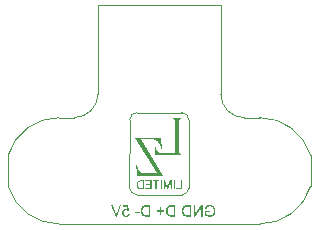
<source format=gbo>
G04*
G04 #@! TF.GenerationSoftware,Altium Limited,Altium Designer,21.3.2 (30)*
G04*
G04 Layer_Color=32896*
%FSLAX43Y43*%
%MOMM*%
G71*
G04*
G04 #@! TF.SameCoordinates,DDF0AE4A-8618-4426-8A3D-72610EC7A679*
G04*
G04*
G04 #@! TF.FilePolarity,Positive*
G04*
G01*
G75*
%ADD11C,0.100*%
%ADD36C,0.088*%
G36*
X112963Y110454D02*
X112950D01*
X112932Y110451D01*
X112897Y110444D01*
X112880Y110440D01*
X112866Y110433D01*
X112855Y110430D01*
X112852D01*
X112824Y110419D01*
X112800Y110409D01*
X112775Y110395D01*
X112758Y110384D01*
X112744Y110374D01*
X112733Y110364D01*
X112730Y110360D01*
X112726Y110357D01*
X112712Y110336D01*
X112698Y110311D01*
X112688Y110259D01*
X112684Y110234D01*
X112681Y110214D01*
Y110200D01*
Y110196D01*
Y107601D01*
X112684Y107563D01*
X112688Y107528D01*
X112695Y107500D01*
X112702Y107479D01*
X112712Y107462D01*
X112719Y107452D01*
X112723Y107445D01*
X112726Y107441D01*
X112765Y107410D01*
X112807Y107385D01*
X112824Y107375D01*
X112838Y107371D01*
X112848Y107364D01*
X112852D01*
X112880Y107357D01*
X112904Y107350D01*
X112922Y107347D01*
X112939Y107343D01*
X112963D01*
Y107298D01*
X110609D01*
Y108240D01*
X110613Y108205D01*
X110620Y108166D01*
X110630Y108121D01*
X110641Y108079D01*
X110655Y108037D01*
X110665Y108006D01*
X110669Y107992D01*
X110672Y107982D01*
X110676Y107978D01*
Y107975D01*
X110711Y107884D01*
X110749Y107811D01*
X110787Y107744D01*
X110822Y107692D01*
X110854Y107654D01*
X110878Y107622D01*
X110892Y107608D01*
X110899Y107601D01*
X110927Y107581D01*
X110958Y107563D01*
X110993Y107549D01*
X111035Y107535D01*
X111119Y107514D01*
X111202Y107500D01*
X111283Y107493D01*
X111317Y107490D01*
X111349D01*
X111377Y107486D01*
X112165D01*
X112207Y107490D01*
X112238Y107504D01*
X112259Y107514D01*
X112262Y107518D01*
X112266D01*
X112280Y107532D01*
X112287Y107549D01*
X112301Y107584D01*
Y107601D01*
X112304Y107612D01*
Y107622D01*
Y107626D01*
Y110196D01*
X112301Y110231D01*
X112297Y110262D01*
X112290Y110290D01*
X112280Y110315D01*
X112273Y110332D01*
X112266Y110346D01*
X112262Y110357D01*
X112259Y110360D01*
X112245Y110374D01*
X112231Y110388D01*
X112196Y110412D01*
X112179Y110423D01*
X112168Y110426D01*
X112158Y110433D01*
X112154D01*
X112126Y110444D01*
X112099Y110451D01*
X112078Y110454D01*
X112057D01*
X112043Y110458D01*
X112032Y110454D01*
X112022D01*
Y110503D01*
X112963D01*
Y110454D01*
D02*
G37*
G36*
X112059Y104463D02*
X111968D01*
Y105072D01*
X111762Y104463D01*
X111676D01*
X111467Y105062D01*
Y104463D01*
X111376D01*
Y105178D01*
X111504D01*
X111676Y104681D01*
X111680Y104667D01*
X111685Y104654D01*
X111689Y104642D01*
X111693Y104631D01*
X111696Y104620D01*
X111699Y104611D01*
X111702Y104602D01*
X111704Y104595D01*
X111707Y104588D01*
X111708Y104582D01*
X111710Y104578D01*
X111711Y104573D01*
X111712Y104570D01*
X111713Y104568D01*
X111713Y104567D01*
Y104566D01*
X111716Y104573D01*
X111718Y104581D01*
X111724Y104597D01*
X111729Y104615D01*
X111734Y104632D01*
X111740Y104647D01*
X111742Y104654D01*
X111744Y104660D01*
X111745Y104664D01*
X111747Y104668D01*
X111748Y104671D01*
Y104671D01*
X111917Y105178D01*
X112059D01*
Y104463D01*
D02*
G37*
G36*
X112893D02*
X112446D01*
Y104547D01*
X112798D01*
Y105178D01*
X112893D01*
Y104463D01*
D02*
G37*
G36*
X112317D02*
X112222D01*
Y105178D01*
X112317D01*
Y104463D01*
D02*
G37*
G36*
X111208D02*
X111113D01*
Y105178D01*
X111208D01*
Y104463D01*
D02*
G37*
G36*
X111000Y105094D02*
X110764D01*
Y104463D01*
X110670D01*
Y105094D01*
X110434D01*
Y105178D01*
X111000D01*
Y105094D01*
D02*
G37*
G36*
X110335Y104463D02*
X109801D01*
Y104547D01*
X110240D01*
Y104791D01*
X109844D01*
Y104875D01*
X110240D01*
Y105094D01*
X109817D01*
Y105178D01*
X110335D01*
Y104463D01*
D02*
G37*
G36*
X109671D02*
X109413D01*
X109389Y104464D01*
X109368Y104465D01*
X109348Y104467D01*
X109331Y104469D01*
X109324Y104470D01*
X109318Y104471D01*
X109312Y104472D01*
X109307Y104473D01*
X109303Y104474D01*
X109301D01*
X109300Y104475D01*
X109299D01*
X109281Y104480D01*
X109264Y104485D01*
X109249Y104492D01*
X109237Y104497D01*
X109227Y104502D01*
X109219Y104506D01*
X109214Y104509D01*
X109214Y104510D01*
X109213D01*
X109200Y104520D01*
X109187Y104530D01*
X109176Y104541D01*
X109167Y104552D01*
X109159Y104561D01*
X109153Y104568D01*
X109151Y104571D01*
X109149Y104574D01*
X109148Y104575D01*
Y104575D01*
X109137Y104592D01*
X109128Y104609D01*
X109119Y104626D01*
X109112Y104643D01*
X109107Y104657D01*
X109104Y104664D01*
X109102Y104669D01*
X109101Y104673D01*
X109100Y104676D01*
X109099Y104678D01*
Y104679D01*
X109093Y104704D01*
X109088Y104729D01*
X109084Y104753D01*
X109082Y104775D01*
X109081Y104785D01*
X109080Y104795D01*
Y104803D01*
X109079Y104810D01*
Y104816D01*
Y104820D01*
Y104823D01*
Y104824D01*
X109081Y104859D01*
X109082Y104875D01*
X109084Y104891D01*
X109086Y104905D01*
X109089Y104919D01*
X109091Y104932D01*
X109093Y104945D01*
X109097Y104956D01*
X109099Y104965D01*
X109101Y104974D01*
X109104Y104980D01*
X109106Y104986D01*
X109107Y104991D01*
X109108Y104993D01*
Y104994D01*
X109120Y105020D01*
X109133Y105044D01*
X109140Y105055D01*
X109147Y105065D01*
X109154Y105074D01*
X109161Y105083D01*
X109167Y105090D01*
X109173Y105097D01*
X109179Y105103D01*
X109183Y105108D01*
X109187Y105111D01*
X109190Y105114D01*
X109192Y105115D01*
X109193Y105116D01*
X109210Y105129D01*
X109227Y105140D01*
X109245Y105149D01*
X109261Y105156D01*
X109275Y105161D01*
X109282Y105163D01*
X109287Y105164D01*
X109291Y105166D01*
X109294Y105166D01*
X109296Y105167D01*
X109297D01*
X109306Y105169D01*
X109315Y105171D01*
X109336Y105173D01*
X109357Y105176D01*
X109378Y105176D01*
X109387Y105177D01*
X109396D01*
X109404Y105178D01*
X109671D01*
Y104463D01*
D02*
G37*
G36*
X111190Y107847D02*
X111176Y107895D01*
X111159Y107948D01*
X111138Y108003D01*
X111117Y108056D01*
X111100Y108098D01*
X111093Y108115D01*
X111086Y108129D01*
X111082Y108136D01*
Y108139D01*
X111058Y108192D01*
X111033Y108237D01*
X111009Y108282D01*
X110985Y108321D01*
X110964Y108356D01*
X110939Y108390D01*
X110901Y108443D01*
X110866Y108485D01*
X110838Y108516D01*
X110824Y108530D01*
X110817Y108537D01*
X110782Y108561D01*
X110737Y108586D01*
X110692Y108607D01*
X110643Y108624D01*
X110601Y108638D01*
X110566Y108649D01*
X110552Y108656D01*
X110542D01*
X110538Y108659D01*
X110535D01*
X110472Y108676D01*
X110416Y108687D01*
X110367Y108697D01*
X110329Y108701D01*
X110294Y108704D01*
X110273Y108708D01*
X109405D01*
X111337Y105597D01*
X109073D01*
X108981Y106755D01*
X108979Y106758D01*
Y106772D01*
X108981Y106755D01*
X108986Y106741D01*
X108990Y106716D01*
X109000Y106692D01*
X109018Y106633D01*
X109042Y106570D01*
X109066Y106507D01*
X109077Y106483D01*
X109084Y106458D01*
X109094Y106438D01*
X109098Y106424D01*
X109105Y106413D01*
Y106410D01*
X109133Y106347D01*
X109157Y106288D01*
X109185Y106235D01*
X109209Y106186D01*
X109230Y106145D01*
X109255Y106106D01*
X109276Y106075D01*
X109293Y106043D01*
X109311Y106019D01*
X109328Y105998D01*
X109342Y105981D01*
X109352Y105967D01*
X109366Y105949D01*
X109373Y105942D01*
X109408Y105914D01*
X109447Y105890D01*
X109530Y105852D01*
X109621Y105824D01*
X109712Y105806D01*
X109753Y105799D01*
X109792Y105792D01*
X109827Y105789D01*
X109858D01*
X109886Y105785D01*
X110817D01*
X108979Y108802D01*
X111100D01*
X111190Y107847D01*
D02*
G37*
G36*
X111190Y107846D02*
X111194Y107825D01*
Y107808D01*
X111190Y107847D01*
X111190Y107846D01*
D02*
G37*
G36*
X108467Y102571D02*
X108357Y102555D01*
X108346Y102570D01*
X108335Y102583D01*
X108322Y102595D01*
X108312Y102605D01*
X108302Y102612D01*
X108293Y102619D01*
X108288Y102622D01*
X108286Y102623D01*
X108268Y102632D01*
X108250Y102638D01*
X108233Y102644D01*
X108216Y102647D01*
X108203Y102649D01*
X108191Y102650D01*
X108182D01*
X108165Y102649D01*
X108149Y102648D01*
X108134Y102645D01*
X108120Y102640D01*
X108094Y102631D01*
X108084Y102626D01*
X108073Y102621D01*
X108064Y102614D01*
X108057Y102609D01*
X108049Y102604D01*
X108044Y102600D01*
X108040Y102596D01*
X108036Y102593D01*
X108035Y102592D01*
X108034Y102590D01*
X108023Y102579D01*
X108015Y102567D01*
X108007Y102554D01*
X108001Y102542D01*
X107990Y102514D01*
X107984Y102489D01*
X107982Y102477D01*
X107980Y102467D01*
X107979Y102456D01*
X107978Y102448D01*
X107977Y102441D01*
Y102435D01*
Y102432D01*
Y102431D01*
X107978Y102411D01*
X107979Y102394D01*
X107982Y102376D01*
X107986Y102359D01*
X107990Y102345D01*
X107995Y102330D01*
X108001Y102318D01*
X108006Y102306D01*
X108012Y102296D01*
X108017Y102286D01*
X108022Y102279D01*
X108027Y102272D01*
X108031Y102267D01*
X108034Y102263D01*
X108035Y102261D01*
X108036Y102260D01*
X108047Y102249D01*
X108059Y102240D01*
X108070Y102231D01*
X108083Y102224D01*
X108095Y102218D01*
X108107Y102212D01*
X108130Y102205D01*
X108149Y102200D01*
X108158Y102199D01*
X108165Y102198D01*
X108171Y102197D01*
X108180D01*
X108193Y102198D01*
X108206Y102199D01*
X108229Y102204D01*
X108249Y102211D01*
X108267Y102220D01*
X108282Y102227D01*
X108292Y102234D01*
X108296Y102237D01*
X108299Y102240D01*
X108300Y102242D01*
X108302D01*
X108310Y102251D01*
X108318Y102260D01*
X108332Y102281D01*
X108343Y102304D01*
X108352Y102326D01*
X108357Y102346D01*
X108360Y102355D01*
X108361Y102362D01*
X108362Y102369D01*
X108363Y102373D01*
X108364Y102376D01*
Y102377D01*
X108488Y102368D01*
X108485Y102346D01*
X108481Y102324D01*
X108475Y102304D01*
X108468Y102285D01*
X108461Y102269D01*
X108454Y102252D01*
X108445Y102237D01*
X108437Y102225D01*
X108429Y102212D01*
X108421Y102202D01*
X108414Y102194D01*
X108407Y102186D01*
X108401Y102180D01*
X108397Y102176D01*
X108395Y102174D01*
X108394Y102173D01*
X108378Y102160D01*
X108361Y102149D01*
X108343Y102140D01*
X108325Y102131D01*
X108308Y102124D01*
X108290Y102118D01*
X108272Y102112D01*
X108256Y102109D01*
X108240Y102106D01*
X108225Y102104D01*
X108213Y102102D01*
X108202Y102101D01*
X108192Y102100D01*
X108180D01*
X108151Y102101D01*
X108123Y102105D01*
X108097Y102110D01*
X108073Y102119D01*
X108051Y102127D01*
X108030Y102136D01*
X108011Y102148D01*
X107994Y102158D01*
X107979Y102169D01*
X107965Y102180D01*
X107954Y102190D01*
X107944Y102199D01*
X107937Y102206D01*
X107932Y102211D01*
X107929Y102216D01*
X107928Y102217D01*
X107914Y102234D01*
X107903Y102253D01*
X107892Y102273D01*
X107884Y102292D01*
X107877Y102310D01*
X107870Y102329D01*
X107865Y102348D01*
X107861Y102365D01*
X107858Y102381D01*
X107856Y102396D01*
X107854Y102408D01*
X107853Y102420D01*
X107852Y102429D01*
Y102435D01*
Y102441D01*
Y102442D01*
X107853Y102467D01*
X107856Y102491D01*
X107860Y102513D01*
X107865Y102534D01*
X107871Y102555D01*
X107880Y102573D01*
X107887Y102590D01*
X107895Y102606D01*
X107904Y102620D01*
X107911Y102631D01*
X107918Y102643D01*
X107926Y102651D01*
X107931Y102657D01*
X107935Y102662D01*
X107938Y102665D01*
X107939Y102667D01*
X107956Y102682D01*
X107973Y102696D01*
X107991Y102707D01*
X108009Y102718D01*
X108027Y102726D01*
X108044Y102733D01*
X108061Y102738D01*
X108078Y102744D01*
X108092Y102747D01*
X108107Y102750D01*
X108119Y102751D01*
X108130Y102753D01*
X108138D01*
X108145Y102754D01*
X108151D01*
X108168Y102753D01*
X108186Y102752D01*
X108203Y102749D01*
X108219Y102745D01*
X108249Y102735D01*
X108264Y102729D01*
X108277Y102724D01*
X108289Y102719D01*
X108299Y102712D01*
X108309Y102707D01*
X108317Y102703D01*
X108323Y102699D01*
X108328Y102697D01*
X108331Y102695D01*
X108332Y102694D01*
X108281Y102952D01*
X107896D01*
Y103064D01*
X108374D01*
X108467Y102571D01*
D02*
G37*
G36*
X109322Y102404D02*
X108959D01*
Y102523D01*
X109322D01*
Y102404D01*
D02*
G37*
G36*
X114670Y102116D02*
X114548D01*
Y102870D01*
X114044Y102116D01*
X113913D01*
Y103077D01*
X114034D01*
Y102322D01*
X114539Y103077D01*
X114670D01*
Y102116D01*
D02*
G37*
G36*
X111154Y102645D02*
X111415D01*
Y102534D01*
X111154D01*
Y102271D01*
X111042D01*
Y102534D01*
X110781D01*
Y102645D01*
X111042D01*
Y102906D01*
X111154D01*
Y102645D01*
D02*
G37*
G36*
X107419Y102116D02*
X107288D01*
X106913Y103077D01*
X107042D01*
X107302Y102378D01*
X107312Y102349D01*
X107323Y102321D01*
X107332Y102294D01*
X107339Y102270D01*
X107342Y102259D01*
X107346Y102250D01*
X107348Y102242D01*
X107350Y102234D01*
X107352Y102229D01*
X107353Y102224D01*
X107354Y102222D01*
Y102221D01*
X107362Y102249D01*
X107370Y102277D01*
X107379Y102303D01*
X107386Y102327D01*
X107390Y102338D01*
X107393Y102348D01*
X107397Y102356D01*
X107399Y102363D01*
X107401Y102370D01*
X107403Y102374D01*
X107404Y102377D01*
Y102378D01*
X107654Y103077D01*
X107792D01*
X107419Y102116D01*
D02*
G37*
G36*
X115290Y103092D02*
X115316Y103091D01*
X115341Y103088D01*
X115364Y103084D01*
X115387Y103080D01*
X115408Y103075D01*
X115428Y103070D01*
X115446Y103064D01*
X115461Y103058D01*
X115476Y103053D01*
X115488Y103048D01*
X115499Y103044D01*
X115507Y103039D01*
X115513Y103036D01*
X115517Y103035D01*
X115518Y103034D01*
X115538Y103023D01*
X115557Y103009D01*
X115575Y102996D01*
X115590Y102981D01*
X115606Y102965D01*
X115619Y102951D01*
X115632Y102936D01*
X115643Y102922D01*
X115653Y102907D01*
X115662Y102895D01*
X115669Y102883D01*
X115676Y102873D01*
X115680Y102864D01*
X115683Y102858D01*
X115685Y102854D01*
X115686Y102853D01*
X115696Y102830D01*
X115705Y102807D01*
X115713Y102784D01*
X115719Y102761D01*
X115730Y102718D01*
X115734Y102697D01*
X115737Y102677D01*
X115739Y102659D01*
X115741Y102643D01*
X115742Y102628D01*
X115743Y102615D01*
X115744Y102605D01*
Y102598D01*
Y102594D01*
Y102592D01*
X115743Y102565D01*
X115742Y102539D01*
X115739Y102516D01*
X115735Y102492D01*
X115731Y102470D01*
X115726Y102448D01*
X115720Y102428D01*
X115715Y102410D01*
X115710Y102394D01*
X115705Y102379D01*
X115700Y102367D01*
X115695Y102355D01*
X115691Y102347D01*
X115688Y102341D01*
X115687Y102336D01*
X115686Y102335D01*
X115675Y102315D01*
X115661Y102295D01*
X115648Y102277D01*
X115634Y102259D01*
X115619Y102244D01*
X115605Y102230D01*
X115590Y102217D01*
X115577Y102205D01*
X115563Y102195D01*
X115551Y102185D01*
X115539Y102178D01*
X115530Y102172D01*
X115523Y102167D01*
X115516Y102164D01*
X115512Y102161D01*
X115511Y102160D01*
X115489Y102150D01*
X115466Y102141D01*
X115444Y102132D01*
X115423Y102126D01*
X115400Y102120D01*
X115379Y102115D01*
X115358Y102110D01*
X115339Y102107D01*
X115322Y102105D01*
X115305Y102103D01*
X115290Y102102D01*
X115278Y102101D01*
X115267Y102100D01*
X115254D01*
X115215Y102102D01*
X115178Y102106D01*
X115144Y102111D01*
X115128Y102116D01*
X115112Y102119D01*
X115099Y102122D01*
X115087Y102126D01*
X115076Y102129D01*
X115067Y102131D01*
X115059Y102134D01*
X115054Y102135D01*
X115051Y102137D01*
X115050D01*
X115012Y102153D01*
X114977Y102171D01*
X114945Y102190D01*
X114929Y102199D01*
X114915Y102207D01*
X114903Y102216D01*
X114891Y102224D01*
X114881Y102230D01*
X114873Y102236D01*
X114865Y102242D01*
X114860Y102246D01*
X114857Y102248D01*
X114856Y102249D01*
Y102606D01*
X115263D01*
Y102493D01*
X114981D01*
Y102312D01*
X114998Y102299D01*
X115016Y102287D01*
X115036Y102276D01*
X115056Y102266D01*
X115074Y102257D01*
X115081Y102253D01*
X115087Y102250D01*
X115094Y102248D01*
X115098Y102246D01*
X115100Y102245D01*
X115101D01*
X115130Y102234D01*
X115159Y102227D01*
X115186Y102221D01*
X115210Y102218D01*
X115222Y102217D01*
X115231Y102216D01*
X115239Y102215D01*
X115247D01*
X115253Y102214D01*
X115261D01*
X115297Y102216D01*
X115330Y102220D01*
X115360Y102227D01*
X115375Y102230D01*
X115387Y102234D01*
X115399Y102239D01*
X115409Y102242D01*
X115418Y102246D01*
X115427Y102249D01*
X115433Y102251D01*
X115437Y102253D01*
X115440Y102255D01*
X115441D01*
X115457Y102263D01*
X115472Y102273D01*
X115497Y102293D01*
X115518Y102315D01*
X115537Y102335D01*
X115551Y102354D01*
X115557Y102362D01*
X115561Y102369D01*
X115565Y102375D01*
X115567Y102379D01*
X115568Y102382D01*
X115569Y102383D01*
X115584Y102418D01*
X115594Y102454D01*
X115603Y102489D01*
X115608Y102524D01*
X115609Y102539D01*
X115611Y102554D01*
X115612Y102567D01*
Y102578D01*
X115613Y102586D01*
Y102594D01*
Y102598D01*
Y102599D01*
X115611Y102637D01*
X115607Y102674D01*
X115602Y102706D01*
X115599Y102722D01*
X115594Y102735D01*
X115591Y102748D01*
X115588Y102759D01*
X115585Y102769D01*
X115582Y102777D01*
X115580Y102784D01*
X115578Y102788D01*
X115577Y102791D01*
Y102793D01*
X115568Y102811D01*
X115559Y102829D01*
X115549Y102846D01*
X115539Y102859D01*
X115531Y102871D01*
X115524Y102880D01*
X115519Y102885D01*
X115517Y102887D01*
X115502Y102903D01*
X115484Y102916D01*
X115467Y102929D01*
X115451Y102939D01*
X115436Y102948D01*
X115425Y102953D01*
X115421Y102955D01*
X115417Y102957D01*
X115415Y102958D01*
X115414D01*
X115389Y102967D01*
X115364Y102974D01*
X115338Y102979D01*
X115315Y102982D01*
X115304Y102983D01*
X115295Y102984D01*
X115285D01*
X115278Y102985D01*
X115263D01*
X115237Y102984D01*
X115212Y102981D01*
X115190Y102977D01*
X115171Y102973D01*
X115155Y102967D01*
X115148Y102965D01*
X115142Y102963D01*
X115138Y102961D01*
X115135Y102960D01*
X115133Y102959D01*
X115132D01*
X115111Y102949D01*
X115092Y102938D01*
X115077Y102927D01*
X115063Y102916D01*
X115054Y102906D01*
X115047Y102899D01*
X115041Y102894D01*
X115040Y102891D01*
X115029Y102875D01*
X115019Y102856D01*
X115009Y102837D01*
X115001Y102819D01*
X114995Y102802D01*
X114993Y102795D01*
X114990Y102789D01*
X114988Y102784D01*
X114987Y102780D01*
X114986Y102778D01*
Y102777D01*
X114871Y102808D01*
X114881Y102843D01*
X114893Y102874D01*
X114899Y102887D01*
X114905Y102901D01*
X114910Y102912D01*
X114916Y102923D01*
X114922Y102933D01*
X114927Y102941D01*
X114932Y102949D01*
X114935Y102955D01*
X114939Y102959D01*
X114941Y102962D01*
X114943Y102964D01*
X114944Y102965D01*
X114963Y102987D01*
X114984Y103006D01*
X115006Y103022D01*
X115028Y103035D01*
X115047Y103046D01*
X115055Y103050D01*
X115062Y103053D01*
X115067Y103056D01*
X115072Y103058D01*
X115075Y103059D01*
X115076D01*
X115108Y103071D01*
X115140Y103079D01*
X115173Y103085D01*
X115202Y103089D01*
X115215Y103090D01*
X115227Y103091D01*
X115237Y103092D01*
X115247Y103093D01*
X115264D01*
X115290Y103092D01*
D02*
G37*
G36*
X113699Y102116D02*
X113352D01*
X113321Y102117D01*
X113292Y102118D01*
X113266Y102121D01*
X113243Y102124D01*
X113234Y102125D01*
X113225Y102126D01*
X113217Y102128D01*
X113211Y102129D01*
X113205Y102130D01*
X113202D01*
X113200Y102131D01*
X113199D01*
X113175Y102139D01*
X113152Y102146D01*
X113133Y102154D01*
X113116Y102161D01*
X113102Y102169D01*
X113092Y102174D01*
X113086Y102178D01*
X113085Y102179D01*
X113084D01*
X113066Y102193D01*
X113049Y102206D01*
X113035Y102221D01*
X113022Y102235D01*
X113011Y102248D01*
X113003Y102257D01*
X113000Y102261D01*
X112998Y102265D01*
X112996Y102266D01*
Y102267D01*
X112982Y102288D01*
X112969Y102311D01*
X112958Y102335D01*
X112948Y102357D01*
X112941Y102377D01*
X112938Y102385D01*
X112935Y102393D01*
X112934Y102398D01*
X112932Y102402D01*
X112931Y102405D01*
Y102406D01*
X112922Y102439D01*
X112916Y102473D01*
X112911Y102505D01*
X112908Y102535D01*
X112907Y102549D01*
X112906Y102561D01*
Y102573D01*
X112905Y102582D01*
Y102590D01*
Y102596D01*
Y102600D01*
Y102601D01*
X112907Y102648D01*
X112908Y102670D01*
X112911Y102690D01*
X112914Y102710D01*
X112917Y102729D01*
X112920Y102747D01*
X112923Y102763D01*
X112927Y102778D01*
X112931Y102790D01*
X112934Y102802D01*
X112937Y102811D01*
X112940Y102819D01*
X112941Y102825D01*
X112943Y102828D01*
Y102829D01*
X112959Y102864D01*
X112976Y102897D01*
X112986Y102911D01*
X112995Y102925D01*
X113004Y102937D01*
X113014Y102949D01*
X113022Y102959D01*
X113031Y102967D01*
X113038Y102976D01*
X113044Y102982D01*
X113049Y102987D01*
X113053Y102990D01*
X113055Y102992D01*
X113057Y102994D01*
X113079Y103011D01*
X113103Y103026D01*
X113126Y103037D01*
X113148Y103047D01*
X113168Y103054D01*
X113176Y103056D01*
X113184Y103058D01*
X113189Y103060D01*
X113193Y103061D01*
X113196Y103062D01*
X113197D01*
X113209Y103064D01*
X113221Y103067D01*
X113249Y103071D01*
X113277Y103074D01*
X113305Y103075D01*
X113318Y103076D01*
X113330D01*
X113341Y103077D01*
X113699D01*
Y102116D01*
D02*
G37*
G36*
X112357D02*
X112010D01*
X111979Y102117D01*
X111950Y102118D01*
X111924Y102121D01*
X111901Y102124D01*
X111891Y102125D01*
X111883Y102126D01*
X111875Y102128D01*
X111868Y102129D01*
X111863Y102130D01*
X111860D01*
X111858Y102131D01*
X111857D01*
X111833Y102139D01*
X111810Y102146D01*
X111790Y102154D01*
X111774Y102161D01*
X111760Y102169D01*
X111750Y102174D01*
X111743Y102178D01*
X111742Y102179D01*
X111741D01*
X111724Y102193D01*
X111707Y102206D01*
X111692Y102221D01*
X111680Y102235D01*
X111668Y102248D01*
X111661Y102257D01*
X111658Y102261D01*
X111656Y102265D01*
X111654Y102266D01*
Y102267D01*
X111639Y102288D01*
X111627Y102311D01*
X111615Y102335D01*
X111606Y102357D01*
X111599Y102377D01*
X111595Y102385D01*
X111592Y102393D01*
X111591Y102398D01*
X111589Y102402D01*
X111588Y102405D01*
Y102406D01*
X111580Y102439D01*
X111574Y102473D01*
X111568Y102505D01*
X111565Y102535D01*
X111564Y102549D01*
X111563Y102561D01*
Y102573D01*
X111562Y102582D01*
Y102590D01*
Y102596D01*
Y102600D01*
Y102601D01*
X111564Y102648D01*
X111565Y102670D01*
X111568Y102690D01*
X111572Y102710D01*
X111575Y102729D01*
X111578Y102747D01*
X111581Y102763D01*
X111585Y102778D01*
X111588Y102790D01*
X111591Y102802D01*
X111594Y102811D01*
X111598Y102819D01*
X111599Y102825D01*
X111601Y102828D01*
Y102829D01*
X111616Y102864D01*
X111634Y102897D01*
X111643Y102911D01*
X111653Y102925D01*
X111662Y102937D01*
X111671Y102949D01*
X111680Y102959D01*
X111688Y102967D01*
X111695Y102976D01*
X111702Y102982D01*
X111707Y102987D01*
X111711Y102990D01*
X111713Y102992D01*
X111714Y102994D01*
X111737Y103011D01*
X111761Y103026D01*
X111784Y103037D01*
X111806Y103047D01*
X111826Y103054D01*
X111834Y103056D01*
X111841Y103058D01*
X111846Y103060D01*
X111851Y103061D01*
X111854Y103062D01*
X111855D01*
X111866Y103064D01*
X111879Y103067D01*
X111907Y103071D01*
X111935Y103074D01*
X111963Y103075D01*
X111976Y103076D01*
X111988D01*
X111998Y103077D01*
X112357D01*
Y102116D01*
D02*
G37*
G36*
X110230D02*
X109883D01*
X109852Y102117D01*
X109823Y102118D01*
X109797Y102121D01*
X109774Y102124D01*
X109765Y102125D01*
X109756Y102126D01*
X109748Y102128D01*
X109742Y102129D01*
X109737Y102130D01*
X109733D01*
X109731Y102131D01*
X109730D01*
X109706Y102139D01*
X109683Y102146D01*
X109664Y102154D01*
X109647Y102161D01*
X109633Y102169D01*
X109623Y102174D01*
X109617Y102178D01*
X109616Y102179D01*
X109615D01*
X109597Y102193D01*
X109580Y102206D01*
X109566Y102221D01*
X109553Y102235D01*
X109542Y102248D01*
X109535Y102257D01*
X109531Y102261D01*
X109529Y102265D01*
X109527Y102266D01*
Y102267D01*
X109513Y102288D01*
X109500Y102311D01*
X109489Y102335D01*
X109479Y102357D01*
X109472Y102377D01*
X109469Y102385D01*
X109466Y102393D01*
X109465Y102398D01*
X109463Y102402D01*
X109462Y102405D01*
Y102406D01*
X109453Y102439D01*
X109447Y102473D01*
X109442Y102505D01*
X109439Y102535D01*
X109438Y102549D01*
X109437Y102561D01*
Y102573D01*
X109436Y102582D01*
Y102590D01*
Y102596D01*
Y102600D01*
Y102601D01*
X109438Y102648D01*
X109439Y102670D01*
X109442Y102690D01*
X109445Y102710D01*
X109448Y102729D01*
X109451Y102747D01*
X109454Y102763D01*
X109459Y102778D01*
X109462Y102790D01*
X109465Y102802D01*
X109468Y102811D01*
X109471Y102819D01*
X109472Y102825D01*
X109474Y102828D01*
Y102829D01*
X109490Y102864D01*
X109507Y102897D01*
X109517Y102911D01*
X109526Y102925D01*
X109536Y102937D01*
X109545Y102949D01*
X109553Y102959D01*
X109562Y102967D01*
X109569Y102976D01*
X109575Y102982D01*
X109580Y102987D01*
X109585Y102990D01*
X109587Y102992D01*
X109588Y102994D01*
X109611Y103011D01*
X109635Y103026D01*
X109657Y103037D01*
X109679Y103047D01*
X109699Y103054D01*
X109707Y103056D01*
X109715Y103058D01*
X109720Y103060D01*
X109724Y103061D01*
X109727Y103062D01*
X109728D01*
X109740Y103064D01*
X109752Y103067D01*
X109780Y103071D01*
X109808Y103074D01*
X109837Y103075D01*
X109849Y103076D01*
X109862D01*
X109872Y103077D01*
X110230D01*
Y102116D01*
D02*
G37*
%LPC*%
G36*
X109576Y105094D02*
X109411D01*
X109397Y105093D01*
X109384Y105092D01*
X109372Y105091D01*
X109361Y105090D01*
X109351Y105089D01*
X109341Y105087D01*
X109334Y105087D01*
X109327Y105085D01*
X109320Y105084D01*
X109316Y105082D01*
X109311Y105081D01*
X109308Y105080D01*
X109306Y105080D01*
X109305Y105079D01*
X109304D01*
X109294Y105074D01*
X109285Y105070D01*
X109268Y105057D01*
X109252Y105044D01*
X109239Y105030D01*
X109229Y105018D01*
X109224Y105012D01*
X109221Y105008D01*
X109218Y105003D01*
X109216Y105000D01*
X109215Y104998D01*
X109214Y104998D01*
X109208Y104986D01*
X109202Y104973D01*
X109193Y104946D01*
X109186Y104917D01*
X109182Y104889D01*
X109180Y104876D01*
X109179Y104864D01*
X109178Y104853D01*
Y104844D01*
X109177Y104836D01*
Y104830D01*
Y104827D01*
Y104826D01*
X109178Y104796D01*
X109180Y104770D01*
X109182Y104757D01*
X109183Y104747D01*
X109185Y104736D01*
X109186Y104726D01*
X109189Y104718D01*
X109190Y104710D01*
X109192Y104703D01*
X109193Y104698D01*
X109195Y104693D01*
X109196Y104690D01*
X109196Y104688D01*
Y104688D01*
X109204Y104668D01*
X109213Y104650D01*
X109221Y104634D01*
X109229Y104621D01*
X109237Y104611D01*
X109243Y104603D01*
X109247Y104599D01*
X109248Y104598D01*
X109248Y104597D01*
X109258Y104588D01*
X109269Y104581D01*
X109279Y104575D01*
X109289Y104569D01*
X109299Y104565D01*
X109306Y104562D01*
X109309Y104561D01*
X109311Y104561D01*
X109312Y104560D01*
X109313D01*
X109329Y104556D01*
X109347Y104553D01*
X109365Y104551D01*
X109383Y104549D01*
X109399Y104548D01*
X109406D01*
X109412Y104547D01*
X109576D01*
Y105094D01*
D02*
G37*
G36*
X113572Y102963D02*
X113350D01*
X113331Y102962D01*
X113314Y102961D01*
X113297Y102960D01*
X113283Y102959D01*
X113269Y102957D01*
X113256Y102955D01*
X113246Y102954D01*
X113237Y102952D01*
X113228Y102950D01*
X113222Y102948D01*
X113216Y102947D01*
X113212Y102946D01*
X113209Y102945D01*
X113208Y102944D01*
X113207D01*
X113193Y102937D01*
X113180Y102931D01*
X113158Y102914D01*
X113137Y102897D01*
X113119Y102878D01*
X113105Y102861D01*
X113099Y102854D01*
X113095Y102848D01*
X113091Y102841D01*
X113088Y102837D01*
X113087Y102835D01*
X113086Y102834D01*
X113077Y102819D01*
X113069Y102801D01*
X113057Y102764D01*
X113048Y102726D01*
X113042Y102688D01*
X113040Y102671D01*
X113038Y102655D01*
X113037Y102640D01*
Y102628D01*
X113036Y102618D01*
Y102609D01*
Y102605D01*
Y102603D01*
X113037Y102563D01*
X113040Y102528D01*
X113042Y102511D01*
X113044Y102497D01*
X113046Y102482D01*
X113048Y102470D01*
X113051Y102458D01*
X113053Y102448D01*
X113055Y102438D01*
X113058Y102431D01*
X113060Y102425D01*
X113061Y102421D01*
X113062Y102419D01*
Y102418D01*
X113072Y102391D01*
X113084Y102367D01*
X113095Y102346D01*
X113105Y102328D01*
X113116Y102315D01*
X113124Y102304D01*
X113129Y102298D01*
X113130Y102297D01*
X113132Y102296D01*
X113144Y102284D01*
X113159Y102274D01*
X113173Y102266D01*
X113187Y102258D01*
X113199Y102253D01*
X113209Y102249D01*
X113213Y102248D01*
X113216Y102247D01*
X113217Y102246D01*
X113218D01*
X113240Y102241D01*
X113264Y102236D01*
X113289Y102233D01*
X113313Y102231D01*
X113334Y102230D01*
X113343D01*
X113351Y102229D01*
X113572D01*
Y102963D01*
D02*
G37*
G36*
X112230D02*
X112008D01*
X111989Y102962D01*
X111971Y102961D01*
X111955Y102960D01*
X111940Y102959D01*
X111927Y102957D01*
X111914Y102955D01*
X111904Y102954D01*
X111894Y102952D01*
X111886Y102950D01*
X111880Y102948D01*
X111874Y102947D01*
X111869Y102946D01*
X111866Y102945D01*
X111865Y102944D01*
X111864D01*
X111851Y102937D01*
X111838Y102931D01*
X111815Y102914D01*
X111794Y102897D01*
X111777Y102878D01*
X111763Y102861D01*
X111757Y102854D01*
X111753Y102848D01*
X111749Y102841D01*
X111745Y102837D01*
X111744Y102835D01*
X111743Y102834D01*
X111735Y102819D01*
X111727Y102801D01*
X111714Y102764D01*
X111706Y102726D01*
X111700Y102688D01*
X111698Y102671D01*
X111695Y102655D01*
X111694Y102640D01*
Y102628D01*
X111693Y102618D01*
Y102609D01*
Y102605D01*
Y102603D01*
X111694Y102563D01*
X111698Y102528D01*
X111700Y102511D01*
X111702Y102497D01*
X111704Y102482D01*
X111706Y102470D01*
X111709Y102458D01*
X111711Y102448D01*
X111713Y102438D01*
X111715Y102431D01*
X111717Y102425D01*
X111718Y102421D01*
X111719Y102419D01*
Y102418D01*
X111730Y102391D01*
X111741Y102367D01*
X111753Y102346D01*
X111763Y102328D01*
X111774Y102315D01*
X111782Y102304D01*
X111787Y102298D01*
X111788Y102297D01*
X111789Y102296D01*
X111802Y102284D01*
X111816Y102274D01*
X111831Y102266D01*
X111844Y102258D01*
X111857Y102253D01*
X111866Y102249D01*
X111870Y102248D01*
X111874Y102247D01*
X111875Y102246D01*
X111876D01*
X111897Y102241D01*
X111921Y102236D01*
X111946Y102233D01*
X111970Y102231D01*
X111991Y102230D01*
X112001D01*
X112009Y102229D01*
X112230D01*
Y102963D01*
D02*
G37*
G36*
X110103D02*
X109881D01*
X109863Y102962D01*
X109845Y102961D01*
X109828Y102960D01*
X109814Y102959D01*
X109800Y102957D01*
X109788Y102955D01*
X109777Y102954D01*
X109768Y102952D01*
X109759Y102950D01*
X109753Y102948D01*
X109747Y102947D01*
X109743Y102946D01*
X109740Y102945D01*
X109739Y102944D01*
X109738D01*
X109724Y102937D01*
X109712Y102931D01*
X109689Y102914D01*
X109668Y102897D01*
X109650Y102878D01*
X109637Y102861D01*
X109630Y102854D01*
X109626Y102848D01*
X109622Y102841D01*
X109619Y102837D01*
X109618Y102835D01*
X109617Y102834D01*
X109608Y102819D01*
X109600Y102801D01*
X109588Y102764D01*
X109579Y102726D01*
X109573Y102688D01*
X109571Y102671D01*
X109569Y102655D01*
X109568Y102640D01*
Y102628D01*
X109567Y102618D01*
Y102609D01*
Y102605D01*
Y102603D01*
X109568Y102563D01*
X109571Y102528D01*
X109573Y102511D01*
X109575Y102497D01*
X109577Y102482D01*
X109579Y102470D01*
X109582Y102458D01*
X109585Y102448D01*
X109587Y102438D01*
X109589Y102431D01*
X109591Y102425D01*
X109592Y102421D01*
X109593Y102419D01*
Y102418D01*
X109603Y102391D01*
X109615Y102367D01*
X109626Y102346D01*
X109637Y102328D01*
X109647Y102315D01*
X109655Y102304D01*
X109661Y102298D01*
X109662Y102297D01*
X109663Y102296D01*
X109675Y102284D01*
X109690Y102274D01*
X109704Y102266D01*
X109718Y102258D01*
X109730Y102253D01*
X109740Y102249D01*
X109744Y102248D01*
X109747Y102247D01*
X109748Y102246D01*
X109749D01*
X109771Y102241D01*
X109795Y102236D01*
X109820Y102233D01*
X109844Y102231D01*
X109865Y102230D01*
X109874D01*
X109882Y102229D01*
X110103D01*
Y102963D01*
D02*
G37*
%LPD*%
D11*
X102500Y110500D02*
G03*
X98200Y107327I0J-4500D01*
G01*
X119500Y101500D02*
G03*
X123800Y104673I0J4500D01*
G01*
Y107327D02*
G03*
X119500Y110500I-4300J-1327D01*
G01*
X98200Y104673D02*
G03*
X102500Y101500I4300J1327D01*
G01*
X116200Y112500D02*
G03*
X118200Y110500I2000J0D01*
G01*
X103800D02*
G03*
X105800Y112500I0J2000D01*
G01*
X118200Y110500D02*
X119500D01*
X123800Y104673D02*
Y107327D01*
X102500Y110500D02*
X103800D01*
X116200Y112500D02*
Y120000D01*
X102500Y101500D02*
X119500D01*
X98200Y104673D02*
Y107327D01*
X105800Y112500D02*
Y120000D01*
X116200D01*
D36*
X112917Y103973D02*
G03*
X113503Y104559I0J586D01*
G01*
X109095Y110925D02*
G03*
X108488Y110317I0J-607D01*
G01*
X113503Y110315D02*
G03*
X112893Y110925I-610J0D01*
G01*
X108461Y104590D02*
G03*
X109078Y103973I617J0D01*
G01*
X112917D01*
X113503Y104559D02*
Y110315D01*
X110928Y110925D02*
X112893D01*
X109095Y110925D02*
X110928Y110925D01*
X108461Y104590D02*
X108488Y110317D01*
M02*

</source>
